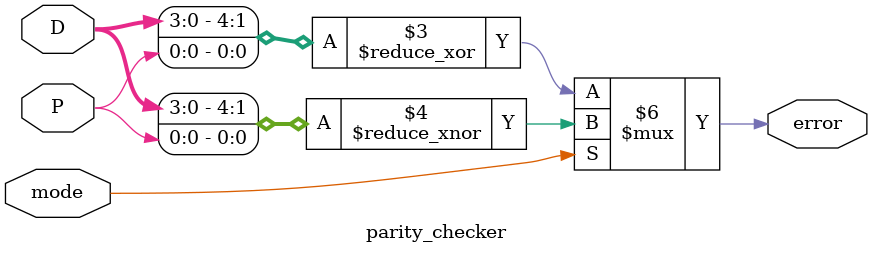
<source format=v>
module parity_checker (
    input  [3:0] D,
    input P,     
    input mode,
    output reg error
);
    always @(*) begin
        if (mode == 1'b0)
            error = ^{D, P};   
        else
            error = ~^{D, P};   
    end
endmodule


/*output
meenakshi@meenakshi-Inspiron-3501:~/verilog/parity_checker$ vvp parity_checker.out
VCD info: dumpfile parity_checker.vcd opened for output.
$time=0|D=1011|P=1|mode=0|error=0
$time=10|D=1100|P=0|mode=0|error=0
$time=20|D=1011|P=0|mode=0|error=1
$time=30|D=1100|P=1|mode=0|error=1
$time=40|D=1011|P=0|mode=1|error=0
$time=50|D=1100|P=1|mode=1|error=0
$time=60|D=1011|P=1|mode=1|error=1
$time=70|D=1100|P=0|mode=1|error=1
parity_checker_tb.v:31: $finish called at 80 (1s)
*/

</source>
